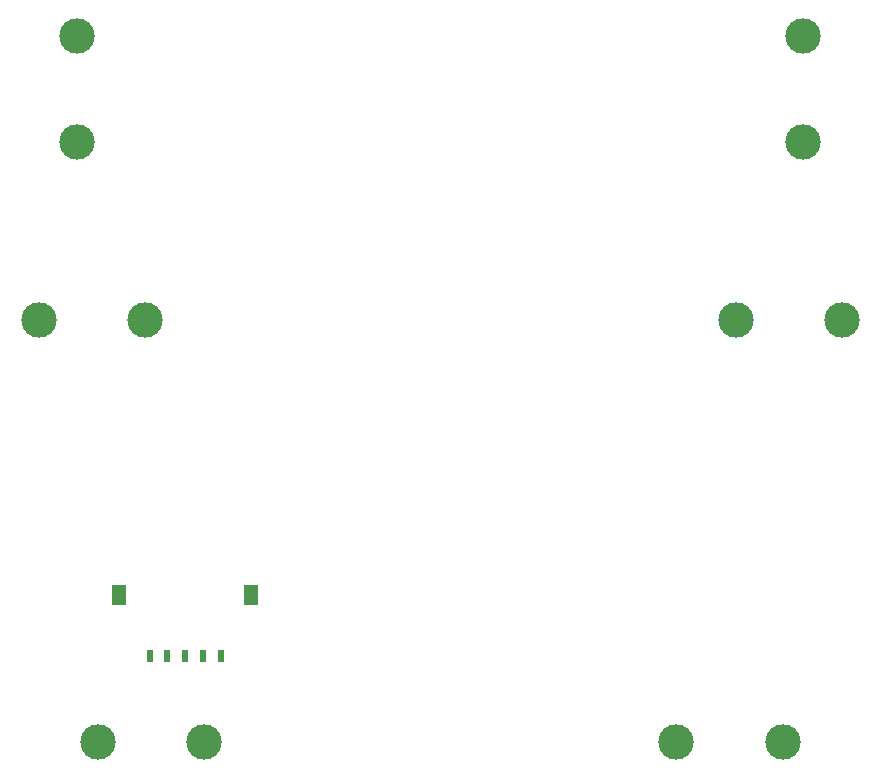
<source format=gbr>
%TF.GenerationSoftware,KiCad,Pcbnew,(5.1.10)-1*%
%TF.CreationDate,2022-05-08T17:07:42-07:00*%
%TF.ProjectId,solar-panel-side+XY,736f6c61-722d-4706-916e-656c2d736964,1.0*%
%TF.SameCoordinates,Original*%
%TF.FileFunction,Soldermask,Bot*%
%TF.FilePolarity,Negative*%
%FSLAX46Y46*%
G04 Gerber Fmt 4.6, Leading zero omitted, Abs format (unit mm)*
G04 Created by KiCad (PCBNEW (5.1.10)-1) date 2022-05-08 17:07:42*
%MOMM*%
%LPD*%
G01*
G04 APERTURE LIST*
%ADD10R,1.250000X1.800000*%
%ADD11R,0.600000X1.000000*%
%ADD12C,3.000000*%
G04 APERTURE END LIST*
D10*
%TO.C,J1*%
X125500000Y-103810000D03*
X114290002Y-103810000D03*
D11*
X122895002Y-109000000D03*
X121395002Y-109000000D03*
X119895000Y-109000000D03*
X118395001Y-109000000D03*
X116895001Y-109000000D03*
%TD*%
D12*
%TO.C,SC6*%
X110750000Y-56500000D03*
X110750000Y-65500000D03*
%TD*%
%TO.C,SC5*%
X172250000Y-65500000D03*
X172250000Y-56500000D03*
%TD*%
%TO.C,SC4*%
X175500000Y-80500000D03*
X166500000Y-80500000D03*
%TD*%
%TO.C,SC3*%
X170500000Y-116250000D03*
X161500000Y-116250000D03*
%TD*%
%TO.C,SC2*%
X121500000Y-116250000D03*
X112500000Y-116250000D03*
%TD*%
%TO.C,SC1*%
X116500000Y-80500000D03*
X107500000Y-80500000D03*
%TD*%
M02*

</source>
